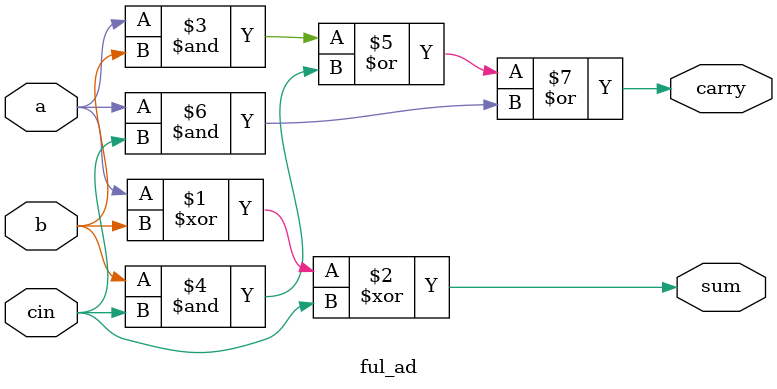
<source format=v>
module ful_ad ( 
    input  wire a, b, cin,   // Inputs 
    output wire sum, carry   // Outputs 
); 
 
    // Logic equations 
    assign sum   = a ^ b ^ cin;                  // XOR for sum 
    assign carry = (a & b) | (b & cin) | (a & cin); // Majority function for carry 
 
endmodule
</source>
